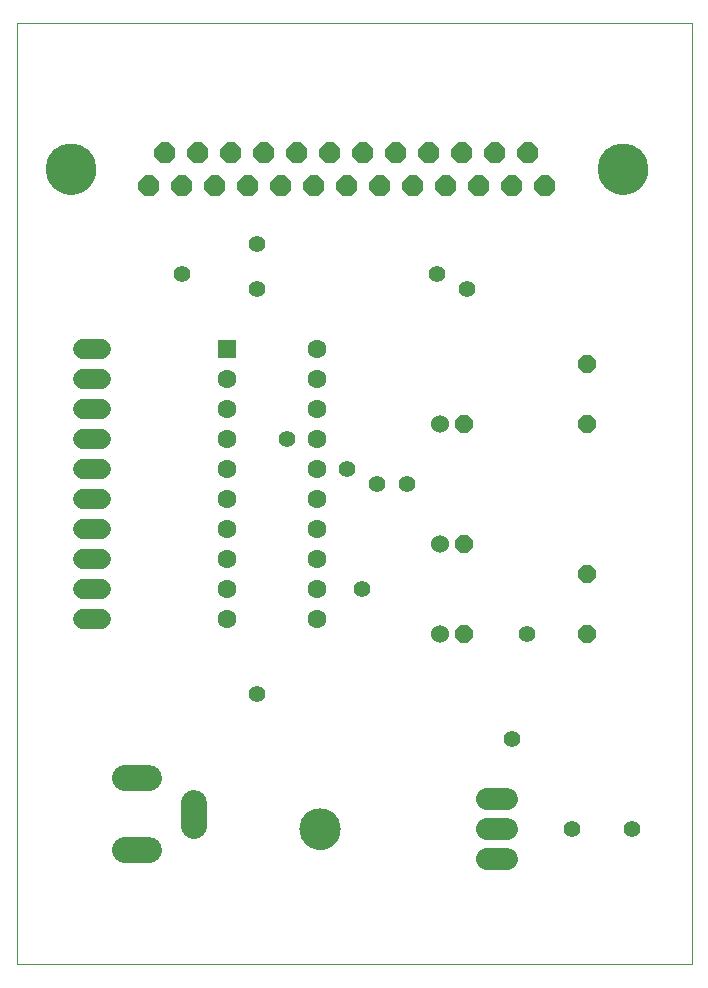
<source format=gbs>
G75*
%MOIN*%
%OFA0B0*%
%FSLAX25Y25*%
%IPPOS*%
%LPD*%
%AMOC8*
5,1,8,0,0,1.08239X$1,22.5*
%
%ADD10C,0.00000*%
%ADD11OC8,0.06000*%
%ADD12C,0.06000*%
%ADD13C,0.07400*%
%ADD14C,0.13800*%
%ADD15OC8,0.07000*%
%ADD16C,0.17000*%
%ADD17C,0.08674*%
%ADD18R,0.06300X0.06300*%
%ADD19C,0.06300*%
%ADD20C,0.06800*%
%ADD21C,0.05550*%
D10*
X0001800Y0001800D02*
X0001800Y0315501D01*
X0226721Y0315501D01*
X0226721Y0001800D01*
X0001800Y0001800D01*
X0096300Y0046800D02*
X0096302Y0046961D01*
X0096308Y0047121D01*
X0096318Y0047282D01*
X0096332Y0047442D01*
X0096350Y0047602D01*
X0096371Y0047761D01*
X0096397Y0047920D01*
X0096427Y0048078D01*
X0096460Y0048235D01*
X0096498Y0048392D01*
X0096539Y0048547D01*
X0096584Y0048701D01*
X0096633Y0048854D01*
X0096686Y0049006D01*
X0096742Y0049157D01*
X0096803Y0049306D01*
X0096866Y0049454D01*
X0096934Y0049600D01*
X0097005Y0049744D01*
X0097079Y0049886D01*
X0097157Y0050027D01*
X0097239Y0050165D01*
X0097324Y0050302D01*
X0097412Y0050436D01*
X0097504Y0050568D01*
X0097599Y0050698D01*
X0097697Y0050826D01*
X0097798Y0050951D01*
X0097902Y0051073D01*
X0098009Y0051193D01*
X0098119Y0051310D01*
X0098232Y0051425D01*
X0098348Y0051536D01*
X0098467Y0051645D01*
X0098588Y0051750D01*
X0098712Y0051853D01*
X0098838Y0051953D01*
X0098966Y0052049D01*
X0099097Y0052142D01*
X0099231Y0052232D01*
X0099366Y0052319D01*
X0099504Y0052402D01*
X0099643Y0052482D01*
X0099785Y0052558D01*
X0099928Y0052631D01*
X0100073Y0052700D01*
X0100220Y0052766D01*
X0100368Y0052828D01*
X0100518Y0052886D01*
X0100669Y0052941D01*
X0100822Y0052992D01*
X0100976Y0053039D01*
X0101131Y0053082D01*
X0101287Y0053121D01*
X0101443Y0053157D01*
X0101601Y0053188D01*
X0101759Y0053216D01*
X0101918Y0053240D01*
X0102078Y0053260D01*
X0102238Y0053276D01*
X0102398Y0053288D01*
X0102559Y0053296D01*
X0102720Y0053300D01*
X0102880Y0053300D01*
X0103041Y0053296D01*
X0103202Y0053288D01*
X0103362Y0053276D01*
X0103522Y0053260D01*
X0103682Y0053240D01*
X0103841Y0053216D01*
X0103999Y0053188D01*
X0104157Y0053157D01*
X0104313Y0053121D01*
X0104469Y0053082D01*
X0104624Y0053039D01*
X0104778Y0052992D01*
X0104931Y0052941D01*
X0105082Y0052886D01*
X0105232Y0052828D01*
X0105380Y0052766D01*
X0105527Y0052700D01*
X0105672Y0052631D01*
X0105815Y0052558D01*
X0105957Y0052482D01*
X0106096Y0052402D01*
X0106234Y0052319D01*
X0106369Y0052232D01*
X0106503Y0052142D01*
X0106634Y0052049D01*
X0106762Y0051953D01*
X0106888Y0051853D01*
X0107012Y0051750D01*
X0107133Y0051645D01*
X0107252Y0051536D01*
X0107368Y0051425D01*
X0107481Y0051310D01*
X0107591Y0051193D01*
X0107698Y0051073D01*
X0107802Y0050951D01*
X0107903Y0050826D01*
X0108001Y0050698D01*
X0108096Y0050568D01*
X0108188Y0050436D01*
X0108276Y0050302D01*
X0108361Y0050165D01*
X0108443Y0050027D01*
X0108521Y0049886D01*
X0108595Y0049744D01*
X0108666Y0049600D01*
X0108734Y0049454D01*
X0108797Y0049306D01*
X0108858Y0049157D01*
X0108914Y0049006D01*
X0108967Y0048854D01*
X0109016Y0048701D01*
X0109061Y0048547D01*
X0109102Y0048392D01*
X0109140Y0048235D01*
X0109173Y0048078D01*
X0109203Y0047920D01*
X0109229Y0047761D01*
X0109250Y0047602D01*
X0109268Y0047442D01*
X0109282Y0047282D01*
X0109292Y0047121D01*
X0109298Y0046961D01*
X0109300Y0046800D01*
X0109298Y0046639D01*
X0109292Y0046479D01*
X0109282Y0046318D01*
X0109268Y0046158D01*
X0109250Y0045998D01*
X0109229Y0045839D01*
X0109203Y0045680D01*
X0109173Y0045522D01*
X0109140Y0045365D01*
X0109102Y0045208D01*
X0109061Y0045053D01*
X0109016Y0044899D01*
X0108967Y0044746D01*
X0108914Y0044594D01*
X0108858Y0044443D01*
X0108797Y0044294D01*
X0108734Y0044146D01*
X0108666Y0044000D01*
X0108595Y0043856D01*
X0108521Y0043714D01*
X0108443Y0043573D01*
X0108361Y0043435D01*
X0108276Y0043298D01*
X0108188Y0043164D01*
X0108096Y0043032D01*
X0108001Y0042902D01*
X0107903Y0042774D01*
X0107802Y0042649D01*
X0107698Y0042527D01*
X0107591Y0042407D01*
X0107481Y0042290D01*
X0107368Y0042175D01*
X0107252Y0042064D01*
X0107133Y0041955D01*
X0107012Y0041850D01*
X0106888Y0041747D01*
X0106762Y0041647D01*
X0106634Y0041551D01*
X0106503Y0041458D01*
X0106369Y0041368D01*
X0106234Y0041281D01*
X0106096Y0041198D01*
X0105957Y0041118D01*
X0105815Y0041042D01*
X0105672Y0040969D01*
X0105527Y0040900D01*
X0105380Y0040834D01*
X0105232Y0040772D01*
X0105082Y0040714D01*
X0104931Y0040659D01*
X0104778Y0040608D01*
X0104624Y0040561D01*
X0104469Y0040518D01*
X0104313Y0040479D01*
X0104157Y0040443D01*
X0103999Y0040412D01*
X0103841Y0040384D01*
X0103682Y0040360D01*
X0103522Y0040340D01*
X0103362Y0040324D01*
X0103202Y0040312D01*
X0103041Y0040304D01*
X0102880Y0040300D01*
X0102720Y0040300D01*
X0102559Y0040304D01*
X0102398Y0040312D01*
X0102238Y0040324D01*
X0102078Y0040340D01*
X0101918Y0040360D01*
X0101759Y0040384D01*
X0101601Y0040412D01*
X0101443Y0040443D01*
X0101287Y0040479D01*
X0101131Y0040518D01*
X0100976Y0040561D01*
X0100822Y0040608D01*
X0100669Y0040659D01*
X0100518Y0040714D01*
X0100368Y0040772D01*
X0100220Y0040834D01*
X0100073Y0040900D01*
X0099928Y0040969D01*
X0099785Y0041042D01*
X0099643Y0041118D01*
X0099504Y0041198D01*
X0099366Y0041281D01*
X0099231Y0041368D01*
X0099097Y0041458D01*
X0098966Y0041551D01*
X0098838Y0041647D01*
X0098712Y0041747D01*
X0098588Y0041850D01*
X0098467Y0041955D01*
X0098348Y0042064D01*
X0098232Y0042175D01*
X0098119Y0042290D01*
X0098009Y0042407D01*
X0097902Y0042527D01*
X0097798Y0042649D01*
X0097697Y0042774D01*
X0097599Y0042902D01*
X0097504Y0043032D01*
X0097412Y0043164D01*
X0097324Y0043298D01*
X0097239Y0043435D01*
X0097157Y0043573D01*
X0097079Y0043714D01*
X0097005Y0043856D01*
X0096934Y0044000D01*
X0096866Y0044146D01*
X0096803Y0044294D01*
X0096742Y0044443D01*
X0096686Y0044594D01*
X0096633Y0044746D01*
X0096584Y0044899D01*
X0096539Y0045053D01*
X0096498Y0045208D01*
X0096460Y0045365D01*
X0096427Y0045522D01*
X0096397Y0045680D01*
X0096371Y0045839D01*
X0096350Y0045998D01*
X0096332Y0046158D01*
X0096318Y0046318D01*
X0096308Y0046479D01*
X0096302Y0046639D01*
X0096300Y0046800D01*
X0011700Y0266800D02*
X0011702Y0266999D01*
X0011710Y0267197D01*
X0011722Y0267396D01*
X0011739Y0267594D01*
X0011761Y0267792D01*
X0011788Y0267989D01*
X0011819Y0268185D01*
X0011856Y0268380D01*
X0011897Y0268575D01*
X0011943Y0268768D01*
X0011993Y0268960D01*
X0012049Y0269151D01*
X0012109Y0269341D01*
X0012173Y0269529D01*
X0012243Y0269715D01*
X0012317Y0269900D01*
X0012395Y0270082D01*
X0012478Y0270263D01*
X0012565Y0270442D01*
X0012656Y0270618D01*
X0012752Y0270792D01*
X0012852Y0270964D01*
X0012957Y0271133D01*
X0013065Y0271300D01*
X0013178Y0271464D01*
X0013294Y0271625D01*
X0013414Y0271783D01*
X0013539Y0271939D01*
X0013667Y0272091D01*
X0013798Y0272240D01*
X0013934Y0272385D01*
X0014072Y0272528D01*
X0014215Y0272666D01*
X0014360Y0272802D01*
X0014509Y0272933D01*
X0014661Y0273061D01*
X0014817Y0273186D01*
X0014975Y0273306D01*
X0015136Y0273422D01*
X0015300Y0273535D01*
X0015467Y0273643D01*
X0015636Y0273748D01*
X0015808Y0273848D01*
X0015982Y0273944D01*
X0016158Y0274035D01*
X0016337Y0274122D01*
X0016518Y0274205D01*
X0016700Y0274283D01*
X0016885Y0274357D01*
X0017071Y0274427D01*
X0017259Y0274491D01*
X0017449Y0274551D01*
X0017640Y0274607D01*
X0017832Y0274657D01*
X0018025Y0274703D01*
X0018220Y0274744D01*
X0018415Y0274781D01*
X0018611Y0274812D01*
X0018808Y0274839D01*
X0019006Y0274861D01*
X0019204Y0274878D01*
X0019403Y0274890D01*
X0019601Y0274898D01*
X0019800Y0274900D01*
X0019999Y0274898D01*
X0020197Y0274890D01*
X0020396Y0274878D01*
X0020594Y0274861D01*
X0020792Y0274839D01*
X0020989Y0274812D01*
X0021185Y0274781D01*
X0021380Y0274744D01*
X0021575Y0274703D01*
X0021768Y0274657D01*
X0021960Y0274607D01*
X0022151Y0274551D01*
X0022341Y0274491D01*
X0022529Y0274427D01*
X0022715Y0274357D01*
X0022900Y0274283D01*
X0023082Y0274205D01*
X0023263Y0274122D01*
X0023442Y0274035D01*
X0023618Y0273944D01*
X0023792Y0273848D01*
X0023964Y0273748D01*
X0024133Y0273643D01*
X0024300Y0273535D01*
X0024464Y0273422D01*
X0024625Y0273306D01*
X0024783Y0273186D01*
X0024939Y0273061D01*
X0025091Y0272933D01*
X0025240Y0272802D01*
X0025385Y0272666D01*
X0025528Y0272528D01*
X0025666Y0272385D01*
X0025802Y0272240D01*
X0025933Y0272091D01*
X0026061Y0271939D01*
X0026186Y0271783D01*
X0026306Y0271625D01*
X0026422Y0271464D01*
X0026535Y0271300D01*
X0026643Y0271133D01*
X0026748Y0270964D01*
X0026848Y0270792D01*
X0026944Y0270618D01*
X0027035Y0270442D01*
X0027122Y0270263D01*
X0027205Y0270082D01*
X0027283Y0269900D01*
X0027357Y0269715D01*
X0027427Y0269529D01*
X0027491Y0269341D01*
X0027551Y0269151D01*
X0027607Y0268960D01*
X0027657Y0268768D01*
X0027703Y0268575D01*
X0027744Y0268380D01*
X0027781Y0268185D01*
X0027812Y0267989D01*
X0027839Y0267792D01*
X0027861Y0267594D01*
X0027878Y0267396D01*
X0027890Y0267197D01*
X0027898Y0266999D01*
X0027900Y0266800D01*
X0027898Y0266601D01*
X0027890Y0266403D01*
X0027878Y0266204D01*
X0027861Y0266006D01*
X0027839Y0265808D01*
X0027812Y0265611D01*
X0027781Y0265415D01*
X0027744Y0265220D01*
X0027703Y0265025D01*
X0027657Y0264832D01*
X0027607Y0264640D01*
X0027551Y0264449D01*
X0027491Y0264259D01*
X0027427Y0264071D01*
X0027357Y0263885D01*
X0027283Y0263700D01*
X0027205Y0263518D01*
X0027122Y0263337D01*
X0027035Y0263158D01*
X0026944Y0262982D01*
X0026848Y0262808D01*
X0026748Y0262636D01*
X0026643Y0262467D01*
X0026535Y0262300D01*
X0026422Y0262136D01*
X0026306Y0261975D01*
X0026186Y0261817D01*
X0026061Y0261661D01*
X0025933Y0261509D01*
X0025802Y0261360D01*
X0025666Y0261215D01*
X0025528Y0261072D01*
X0025385Y0260934D01*
X0025240Y0260798D01*
X0025091Y0260667D01*
X0024939Y0260539D01*
X0024783Y0260414D01*
X0024625Y0260294D01*
X0024464Y0260178D01*
X0024300Y0260065D01*
X0024133Y0259957D01*
X0023964Y0259852D01*
X0023792Y0259752D01*
X0023618Y0259656D01*
X0023442Y0259565D01*
X0023263Y0259478D01*
X0023082Y0259395D01*
X0022900Y0259317D01*
X0022715Y0259243D01*
X0022529Y0259173D01*
X0022341Y0259109D01*
X0022151Y0259049D01*
X0021960Y0258993D01*
X0021768Y0258943D01*
X0021575Y0258897D01*
X0021380Y0258856D01*
X0021185Y0258819D01*
X0020989Y0258788D01*
X0020792Y0258761D01*
X0020594Y0258739D01*
X0020396Y0258722D01*
X0020197Y0258710D01*
X0019999Y0258702D01*
X0019800Y0258700D01*
X0019601Y0258702D01*
X0019403Y0258710D01*
X0019204Y0258722D01*
X0019006Y0258739D01*
X0018808Y0258761D01*
X0018611Y0258788D01*
X0018415Y0258819D01*
X0018220Y0258856D01*
X0018025Y0258897D01*
X0017832Y0258943D01*
X0017640Y0258993D01*
X0017449Y0259049D01*
X0017259Y0259109D01*
X0017071Y0259173D01*
X0016885Y0259243D01*
X0016700Y0259317D01*
X0016518Y0259395D01*
X0016337Y0259478D01*
X0016158Y0259565D01*
X0015982Y0259656D01*
X0015808Y0259752D01*
X0015636Y0259852D01*
X0015467Y0259957D01*
X0015300Y0260065D01*
X0015136Y0260178D01*
X0014975Y0260294D01*
X0014817Y0260414D01*
X0014661Y0260539D01*
X0014509Y0260667D01*
X0014360Y0260798D01*
X0014215Y0260934D01*
X0014072Y0261072D01*
X0013934Y0261215D01*
X0013798Y0261360D01*
X0013667Y0261509D01*
X0013539Y0261661D01*
X0013414Y0261817D01*
X0013294Y0261975D01*
X0013178Y0262136D01*
X0013065Y0262300D01*
X0012957Y0262467D01*
X0012852Y0262636D01*
X0012752Y0262808D01*
X0012656Y0262982D01*
X0012565Y0263158D01*
X0012478Y0263337D01*
X0012395Y0263518D01*
X0012317Y0263700D01*
X0012243Y0263885D01*
X0012173Y0264071D01*
X0012109Y0264259D01*
X0012049Y0264449D01*
X0011993Y0264640D01*
X0011943Y0264832D01*
X0011897Y0265025D01*
X0011856Y0265220D01*
X0011819Y0265415D01*
X0011788Y0265611D01*
X0011761Y0265808D01*
X0011739Y0266006D01*
X0011722Y0266204D01*
X0011710Y0266403D01*
X0011702Y0266601D01*
X0011700Y0266800D01*
X0195700Y0266800D02*
X0195702Y0266999D01*
X0195710Y0267197D01*
X0195722Y0267396D01*
X0195739Y0267594D01*
X0195761Y0267792D01*
X0195788Y0267989D01*
X0195819Y0268185D01*
X0195856Y0268380D01*
X0195897Y0268575D01*
X0195943Y0268768D01*
X0195993Y0268960D01*
X0196049Y0269151D01*
X0196109Y0269341D01*
X0196173Y0269529D01*
X0196243Y0269715D01*
X0196317Y0269900D01*
X0196395Y0270082D01*
X0196478Y0270263D01*
X0196565Y0270442D01*
X0196656Y0270618D01*
X0196752Y0270792D01*
X0196852Y0270964D01*
X0196957Y0271133D01*
X0197065Y0271300D01*
X0197178Y0271464D01*
X0197294Y0271625D01*
X0197414Y0271783D01*
X0197539Y0271939D01*
X0197667Y0272091D01*
X0197798Y0272240D01*
X0197934Y0272385D01*
X0198072Y0272528D01*
X0198215Y0272666D01*
X0198360Y0272802D01*
X0198509Y0272933D01*
X0198661Y0273061D01*
X0198817Y0273186D01*
X0198975Y0273306D01*
X0199136Y0273422D01*
X0199300Y0273535D01*
X0199467Y0273643D01*
X0199636Y0273748D01*
X0199808Y0273848D01*
X0199982Y0273944D01*
X0200158Y0274035D01*
X0200337Y0274122D01*
X0200518Y0274205D01*
X0200700Y0274283D01*
X0200885Y0274357D01*
X0201071Y0274427D01*
X0201259Y0274491D01*
X0201449Y0274551D01*
X0201640Y0274607D01*
X0201832Y0274657D01*
X0202025Y0274703D01*
X0202220Y0274744D01*
X0202415Y0274781D01*
X0202611Y0274812D01*
X0202808Y0274839D01*
X0203006Y0274861D01*
X0203204Y0274878D01*
X0203403Y0274890D01*
X0203601Y0274898D01*
X0203800Y0274900D01*
X0203999Y0274898D01*
X0204197Y0274890D01*
X0204396Y0274878D01*
X0204594Y0274861D01*
X0204792Y0274839D01*
X0204989Y0274812D01*
X0205185Y0274781D01*
X0205380Y0274744D01*
X0205575Y0274703D01*
X0205768Y0274657D01*
X0205960Y0274607D01*
X0206151Y0274551D01*
X0206341Y0274491D01*
X0206529Y0274427D01*
X0206715Y0274357D01*
X0206900Y0274283D01*
X0207082Y0274205D01*
X0207263Y0274122D01*
X0207442Y0274035D01*
X0207618Y0273944D01*
X0207792Y0273848D01*
X0207964Y0273748D01*
X0208133Y0273643D01*
X0208300Y0273535D01*
X0208464Y0273422D01*
X0208625Y0273306D01*
X0208783Y0273186D01*
X0208939Y0273061D01*
X0209091Y0272933D01*
X0209240Y0272802D01*
X0209385Y0272666D01*
X0209528Y0272528D01*
X0209666Y0272385D01*
X0209802Y0272240D01*
X0209933Y0272091D01*
X0210061Y0271939D01*
X0210186Y0271783D01*
X0210306Y0271625D01*
X0210422Y0271464D01*
X0210535Y0271300D01*
X0210643Y0271133D01*
X0210748Y0270964D01*
X0210848Y0270792D01*
X0210944Y0270618D01*
X0211035Y0270442D01*
X0211122Y0270263D01*
X0211205Y0270082D01*
X0211283Y0269900D01*
X0211357Y0269715D01*
X0211427Y0269529D01*
X0211491Y0269341D01*
X0211551Y0269151D01*
X0211607Y0268960D01*
X0211657Y0268768D01*
X0211703Y0268575D01*
X0211744Y0268380D01*
X0211781Y0268185D01*
X0211812Y0267989D01*
X0211839Y0267792D01*
X0211861Y0267594D01*
X0211878Y0267396D01*
X0211890Y0267197D01*
X0211898Y0266999D01*
X0211900Y0266800D01*
X0211898Y0266601D01*
X0211890Y0266403D01*
X0211878Y0266204D01*
X0211861Y0266006D01*
X0211839Y0265808D01*
X0211812Y0265611D01*
X0211781Y0265415D01*
X0211744Y0265220D01*
X0211703Y0265025D01*
X0211657Y0264832D01*
X0211607Y0264640D01*
X0211551Y0264449D01*
X0211491Y0264259D01*
X0211427Y0264071D01*
X0211357Y0263885D01*
X0211283Y0263700D01*
X0211205Y0263518D01*
X0211122Y0263337D01*
X0211035Y0263158D01*
X0210944Y0262982D01*
X0210848Y0262808D01*
X0210748Y0262636D01*
X0210643Y0262467D01*
X0210535Y0262300D01*
X0210422Y0262136D01*
X0210306Y0261975D01*
X0210186Y0261817D01*
X0210061Y0261661D01*
X0209933Y0261509D01*
X0209802Y0261360D01*
X0209666Y0261215D01*
X0209528Y0261072D01*
X0209385Y0260934D01*
X0209240Y0260798D01*
X0209091Y0260667D01*
X0208939Y0260539D01*
X0208783Y0260414D01*
X0208625Y0260294D01*
X0208464Y0260178D01*
X0208300Y0260065D01*
X0208133Y0259957D01*
X0207964Y0259852D01*
X0207792Y0259752D01*
X0207618Y0259656D01*
X0207442Y0259565D01*
X0207263Y0259478D01*
X0207082Y0259395D01*
X0206900Y0259317D01*
X0206715Y0259243D01*
X0206529Y0259173D01*
X0206341Y0259109D01*
X0206151Y0259049D01*
X0205960Y0258993D01*
X0205768Y0258943D01*
X0205575Y0258897D01*
X0205380Y0258856D01*
X0205185Y0258819D01*
X0204989Y0258788D01*
X0204792Y0258761D01*
X0204594Y0258739D01*
X0204396Y0258722D01*
X0204197Y0258710D01*
X0203999Y0258702D01*
X0203800Y0258700D01*
X0203601Y0258702D01*
X0203403Y0258710D01*
X0203204Y0258722D01*
X0203006Y0258739D01*
X0202808Y0258761D01*
X0202611Y0258788D01*
X0202415Y0258819D01*
X0202220Y0258856D01*
X0202025Y0258897D01*
X0201832Y0258943D01*
X0201640Y0258993D01*
X0201449Y0259049D01*
X0201259Y0259109D01*
X0201071Y0259173D01*
X0200885Y0259243D01*
X0200700Y0259317D01*
X0200518Y0259395D01*
X0200337Y0259478D01*
X0200158Y0259565D01*
X0199982Y0259656D01*
X0199808Y0259752D01*
X0199636Y0259852D01*
X0199467Y0259957D01*
X0199300Y0260065D01*
X0199136Y0260178D01*
X0198975Y0260294D01*
X0198817Y0260414D01*
X0198661Y0260539D01*
X0198509Y0260667D01*
X0198360Y0260798D01*
X0198215Y0260934D01*
X0198072Y0261072D01*
X0197934Y0261215D01*
X0197798Y0261360D01*
X0197667Y0261509D01*
X0197539Y0261661D01*
X0197414Y0261817D01*
X0197294Y0261975D01*
X0197178Y0262136D01*
X0197065Y0262300D01*
X0196957Y0262467D01*
X0196852Y0262636D01*
X0196752Y0262808D01*
X0196656Y0262982D01*
X0196565Y0263158D01*
X0196478Y0263337D01*
X0196395Y0263518D01*
X0196317Y0263700D01*
X0196243Y0263885D01*
X0196173Y0264071D01*
X0196109Y0264259D01*
X0196049Y0264449D01*
X0195993Y0264640D01*
X0195943Y0264832D01*
X0195897Y0265025D01*
X0195856Y0265220D01*
X0195819Y0265415D01*
X0195788Y0265611D01*
X0195761Y0265808D01*
X0195739Y0266006D01*
X0195722Y0266204D01*
X0195710Y0266403D01*
X0195702Y0266601D01*
X0195700Y0266800D01*
D11*
X0191800Y0201800D03*
X0191800Y0181800D03*
X0191800Y0131800D03*
X0191800Y0111800D03*
X0150800Y0111800D03*
X0150800Y0141800D03*
X0150800Y0181800D03*
D12*
X0142800Y0181800D03*
X0142800Y0141800D03*
X0142800Y0111800D03*
D13*
X0158500Y0056800D02*
X0165100Y0056800D01*
X0165100Y0046800D02*
X0158500Y0046800D01*
X0158500Y0036800D02*
X0165100Y0036800D01*
D14*
X0102800Y0046800D03*
D15*
X0100800Y0261300D03*
X0095300Y0272300D03*
X0089800Y0261300D03*
X0084300Y0272300D03*
X0078800Y0261300D03*
X0073300Y0272300D03*
X0067800Y0261300D03*
X0062300Y0272300D03*
X0056800Y0261300D03*
X0051300Y0272300D03*
X0045800Y0261300D03*
X0106300Y0272300D03*
X0111800Y0261300D03*
X0117300Y0272300D03*
X0122800Y0261300D03*
X0128300Y0272300D03*
X0133800Y0261300D03*
X0139300Y0272300D03*
X0144800Y0261300D03*
X0150300Y0272300D03*
X0155800Y0261300D03*
X0161300Y0272300D03*
X0166800Y0261300D03*
X0172300Y0272300D03*
X0177800Y0261300D03*
D16*
X0203800Y0266800D03*
X0019800Y0266800D03*
D17*
X0037863Y0064005D02*
X0045737Y0064005D01*
X0060698Y0055737D02*
X0060698Y0047863D01*
X0045737Y0039989D02*
X0037863Y0039989D01*
D18*
X0071800Y0206800D03*
D19*
X0071800Y0196800D03*
X0071800Y0186800D03*
X0071800Y0176800D03*
X0071800Y0166800D03*
X0071800Y0156800D03*
X0071800Y0146800D03*
X0071800Y0136800D03*
X0071800Y0126800D03*
X0071800Y0116800D03*
X0101800Y0116800D03*
X0101800Y0126800D03*
X0101800Y0136800D03*
X0101800Y0146800D03*
X0101800Y0156800D03*
X0101800Y0166800D03*
X0101800Y0176800D03*
X0101800Y0186800D03*
X0101800Y0196800D03*
X0101800Y0206800D03*
D20*
X0029800Y0206800D02*
X0023800Y0206800D01*
X0023800Y0196800D02*
X0029800Y0196800D01*
X0029800Y0186800D02*
X0023800Y0186800D01*
X0023800Y0176800D02*
X0029800Y0176800D01*
X0029800Y0166800D02*
X0023800Y0166800D01*
X0023800Y0156800D02*
X0029800Y0156800D01*
X0029800Y0146800D02*
X0023800Y0146800D01*
X0023800Y0136800D02*
X0029800Y0136800D01*
X0029800Y0126800D02*
X0023800Y0126800D01*
X0023800Y0116800D02*
X0029800Y0116800D01*
D21*
X0081800Y0091800D03*
X0116800Y0126800D03*
X0121800Y0161800D03*
X0131800Y0161800D03*
X0111800Y0166800D03*
X0091800Y0176800D03*
X0081800Y0226800D03*
X0081800Y0241800D03*
X0056800Y0231800D03*
X0141800Y0231800D03*
X0151800Y0226800D03*
X0171800Y0111800D03*
X0166800Y0076800D03*
X0186800Y0046800D03*
X0206800Y0046800D03*
M02*

</source>
